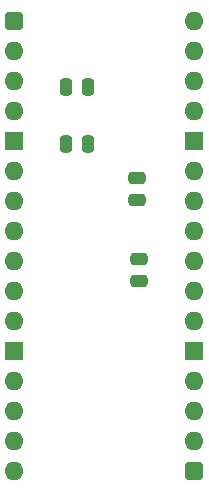
<source format=gbs>
%TF.GenerationSoftware,KiCad,Pcbnew,8.0.4*%
%TF.CreationDate,2024-08-19T17:33:31+02:00*%
%TF.ProjectId,HCP65 Main Memory Data,48435036-3520-44d6-9169-6e204d656d6f,V0*%
%TF.SameCoordinates,PX54c81a0PY37b6b20*%
%TF.FileFunction,Soldermask,Bot*%
%TF.FilePolarity,Negative*%
%FSLAX46Y46*%
G04 Gerber Fmt 4.6, Leading zero omitted, Abs format (unit mm)*
G04 Created by KiCad (PCBNEW 8.0.4) date 2024-08-19 17:33:31*
%MOMM*%
%LPD*%
G01*
G04 APERTURE LIST*
G04 Aperture macros list*
%AMRoundRect*
0 Rectangle with rounded corners*
0 $1 Rounding radius*
0 $2 $3 $4 $5 $6 $7 $8 $9 X,Y pos of 4 corners*
0 Add a 4 corners polygon primitive as box body*
4,1,4,$2,$3,$4,$5,$6,$7,$8,$9,$2,$3,0*
0 Add four circle primitives for the rounded corners*
1,1,$1+$1,$2,$3*
1,1,$1+$1,$4,$5*
1,1,$1+$1,$6,$7*
1,1,$1+$1,$8,$9*
0 Add four rect primitives between the rounded corners*
20,1,$1+$1,$2,$3,$4,$5,0*
20,1,$1+$1,$4,$5,$6,$7,0*
20,1,$1+$1,$6,$7,$8,$9,0*
20,1,$1+$1,$8,$9,$2,$3,0*%
G04 Aperture macros list end*
%ADD10RoundRect,0.400000X-0.400000X-0.400000X0.400000X-0.400000X0.400000X0.400000X-0.400000X0.400000X0*%
%ADD11O,1.600000X1.600000*%
%ADD12R,1.600000X1.600000*%
%ADD13RoundRect,0.250000X0.250000X0.475000X-0.250000X0.475000X-0.250000X-0.475000X0.250000X-0.475000X0*%
%ADD14RoundRect,0.250000X-0.475000X0.250000X-0.475000X-0.250000X0.475000X-0.250000X0.475000X0.250000X0*%
G04 APERTURE END LIST*
D10*
%TO.C,J5*%
X0Y0D03*
D11*
X0Y-2540000D03*
X0Y-5080000D03*
X0Y-7620000D03*
D12*
X0Y-10160000D03*
D11*
X0Y-12700000D03*
X0Y-15240000D03*
X0Y-17780000D03*
X0Y-20320000D03*
X0Y-22860000D03*
X0Y-25400000D03*
D12*
X0Y-27940000D03*
D11*
X0Y-30480000D03*
X0Y-33020000D03*
X0Y-35560000D03*
X0Y-38100000D03*
D10*
X15240000Y-38100000D03*
D11*
X15240000Y-35560000D03*
X15240000Y-33020000D03*
X15240000Y-30480000D03*
D12*
X15240000Y-27940000D03*
D11*
X15240000Y-25400000D03*
X15240000Y-22860000D03*
X15240000Y-20320000D03*
X15240000Y-17780000D03*
X15240000Y-15240000D03*
X15240000Y-12700000D03*
D12*
X15240000Y-10160000D03*
D11*
X15240000Y-7620000D03*
X15240000Y-5080000D03*
X15240000Y-2540000D03*
X15240000Y0D03*
%TD*%
D13*
%TO.C,C2*%
X6268000Y-10414000D03*
X4368000Y-10414000D03*
%TD*%
D14*
%TO.C,C3*%
X10541000Y-20148000D03*
X10541000Y-22048000D03*
%TD*%
%TO.C,C1*%
X10414000Y-13290000D03*
X10414000Y-15190000D03*
%TD*%
D13*
%TO.C,C4*%
X6268000Y-5588000D03*
X4368000Y-5588000D03*
%TD*%
M02*

</source>
